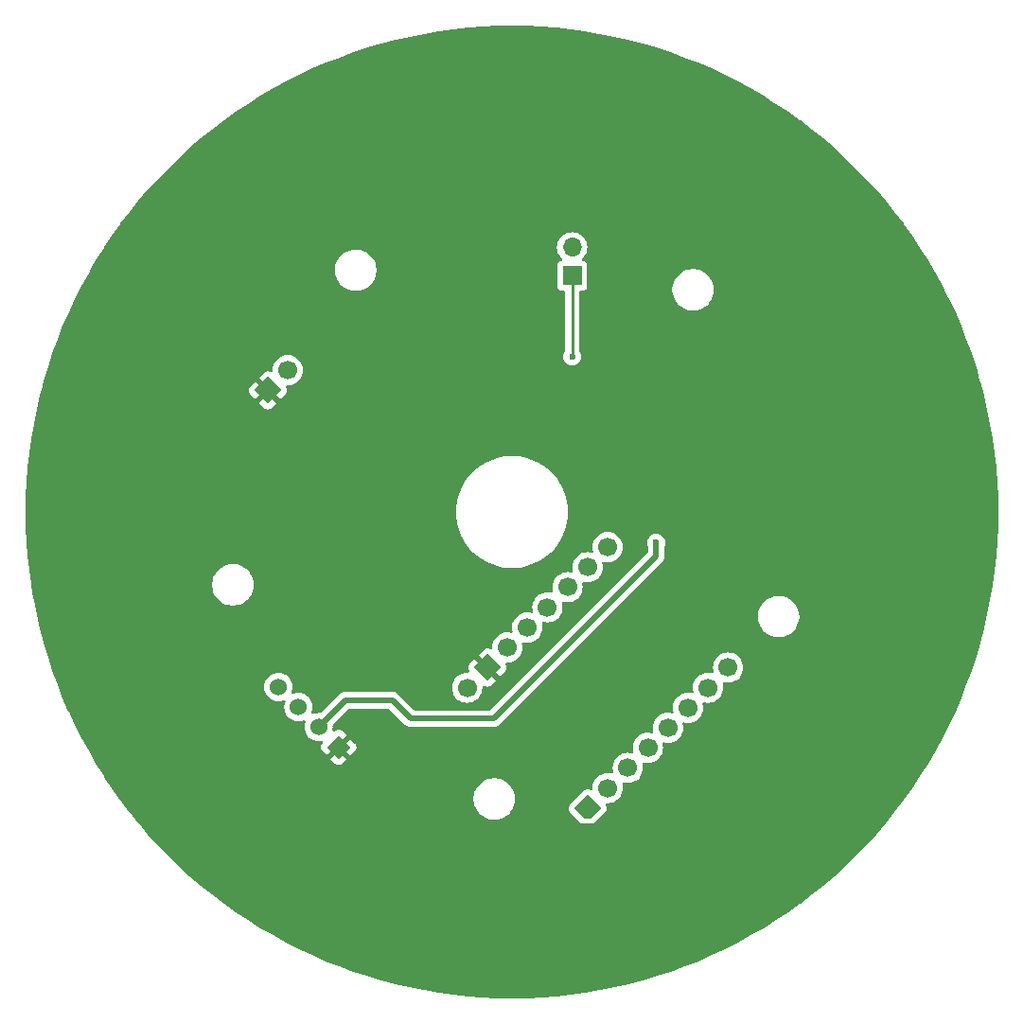
<source format=gbr>
%TF.GenerationSoftware,KiCad,Pcbnew,8.0.4*%
%TF.CreationDate,2024-07-23T01:00:19-04:00*%
%TF.ProjectId,esp32-wroom-table-lights,65737033-322d-4777-926f-6f6d2d746162,rev?*%
%TF.SameCoordinates,Original*%
%TF.FileFunction,Copper,L2,Bot*%
%TF.FilePolarity,Positive*%
%FSLAX46Y46*%
G04 Gerber Fmt 4.6, Leading zero omitted, Abs format (unit mm)*
G04 Created by KiCad (PCBNEW 8.0.4) date 2024-07-23 01:00:19*
%MOMM*%
%LPD*%
G01*
G04 APERTURE LIST*
G04 Aperture macros list*
%AMHorizOval*
0 Thick line with rounded ends*
0 $1 width*
0 $2 $3 position (X,Y) of the first rounded end (center of the circle)*
0 $4 $5 position (X,Y) of the second rounded end (center of the circle)*
0 Add line between two ends*
20,1,$1,$2,$3,$4,$5,0*
0 Add two circle primitives to create the rounded ends*
1,1,$1,$2,$3*
1,1,$1,$4,$5*%
%AMRotRect*
0 Rectangle, with rotation*
0 The origin of the aperture is its center*
0 $1 length*
0 $2 width*
0 $3 Rotation angle, in degrees counterclockwise*
0 Add horizontal line*
21,1,$1,$2,0,0,$3*%
%AMOutline5P*
0 Free polygon, 5 corners , with rotation*
0 The origin of the aperture is its center*
0 number of corners: always 5*
0 $1 to $10 corner X, Y*
0 $11 Rotation angle, in degrees counterclockwise*
0 create outline with 5 corners*
4,1,5,$1,$2,$3,$4,$5,$6,$7,$8,$9,$10,$1,$2,$11*%
%AMOutline6P*
0 Free polygon, 6 corners , with rotation*
0 The origin of the aperture is its center*
0 number of corners: always 6*
0 $1 to $12 corner X, Y*
0 $13 Rotation angle, in degrees counterclockwise*
0 create outline with 6 corners*
4,1,6,$1,$2,$3,$4,$5,$6,$7,$8,$9,$10,$11,$12,$1,$2,$13*%
%AMOutline7P*
0 Free polygon, 7 corners , with rotation*
0 The origin of the aperture is its center*
0 number of corners: always 7*
0 $1 to $14 corner X, Y*
0 $15 Rotation angle, in degrees counterclockwise*
0 create outline with 7 corners*
4,1,7,$1,$2,$3,$4,$5,$6,$7,$8,$9,$10,$11,$12,$13,$14,$1,$2,$15*%
%AMOutline8P*
0 Free polygon, 8 corners , with rotation*
0 The origin of the aperture is its center*
0 number of corners: always 8*
0 $1 to $16 corner X, Y*
0 $17 Rotation angle, in degrees counterclockwise*
0 create outline with 8 corners*
4,1,8,$1,$2,$3,$4,$5,$6,$7,$8,$9,$10,$11,$12,$13,$14,$15,$16,$1,$2,$17*%
G04 Aperture macros list end*
%TA.AperFunction,ComponentPad*%
%ADD10O,1.700000X1.700000*%
%TD*%
%TA.AperFunction,ComponentPad*%
%ADD11R,1.700000X1.700000*%
%TD*%
%TA.AperFunction,ComponentPad*%
%ADD12C,1.524000*%
%TD*%
%TA.AperFunction,ComponentPad*%
%ADD13RotRect,1.524000X1.524000X225.000000*%
%TD*%
%TA.AperFunction,ComponentPad*%
%ADD14HorizOval,1.700000X0.000000X0.000000X0.000000X0.000000X0*%
%TD*%
%TA.AperFunction,ComponentPad*%
%ADD15RotRect,1.700000X1.700000X135.000000*%
%TD*%
%TA.AperFunction,ComponentPad*%
%ADD16Outline5P,-0.850000X0.425000X-0.425000X0.850000X0.850000X0.850000X0.850000X-0.850000X-0.850000X-0.850000X135.000000*%
%TD*%
%TA.AperFunction,ViaPad*%
%ADD17C,0.600000*%
%TD*%
%TA.AperFunction,Conductor*%
%ADD18C,0.500000*%
%TD*%
%TA.AperFunction,Conductor*%
%ADD19C,0.250000*%
%TD*%
G04 APERTURE END LIST*
D10*
%TO.P,D4,2,KB*%
%TO.N,Net-(D4-AB)*%
X105475000Y-76127500D03*
D11*
%TO.P,D4,1,AB*%
X105475000Y-78667500D03*
%TD*%
D12*
%TO.P,J2,Vcc,VCC*%
%TO.N,+3V3*%
X82796051Y-119046051D03*
%TO.P,J2,SDA,SDA*%
%TO.N,/SDA*%
X81000000Y-117250000D03*
%TO.P,J2,SCL,SCL*%
%TO.N,/SCK*%
X79203949Y-115453949D03*
D13*
%TO.P,J2,GND,GND*%
%TO.N,GND*%
X84592102Y-120842102D03*
%TD*%
D14*
%TO.P,U1,16,5V*%
%TO.N,+5V*%
X96085539Y-115511846D03*
D15*
%TO.P,U1,15,GND*%
%TO.N,GND*%
X97881590Y-113715795D03*
D14*
%TO.P,U1,14,3V3*%
%TO.N,Net-(D2-A)*%
X99677641Y-111919744D03*
%TO.P,U1,13,GPIO4_D2*%
%TO.N,unconnected-(U1-GPIO4_D2-Pad13)*%
X101473693Y-110123693D03*
%TO.P,U1,12,GPIO3_D1*%
%TO.N,GPIO3*%
X103269744Y-108327642D03*
%TO.P,U1,11,GPIO2_D0*%
%TO.N,GPIO2*%
X105065795Y-106531590D03*
%TO.P,U1,10,GPIO1_ADC1*%
%TO.N,unconnected-(U1-GPIO1_ADC1-Pad10)*%
X106861846Y-104735539D03*
%TO.P,U1,9,GPIO0_ADC0*%
%TO.N,ADC0*%
X108657897Y-102939488D03*
%TO.P,U1,8,GPIO21_Tx*%
%TO.N,unconnected-(U1-GPIO21_Tx-Pad8)*%
X119434205Y-113715795D03*
%TO.P,U1,7,GPIO20_Rx*%
%TO.N,unconnected-(U1-GPIO20_Rx-Pad7)*%
X117638154Y-115511846D03*
%TO.P,U1,6,GPIO_MOSI*%
%TO.N,unconnected-(U1-GPIO_MOSI-Pad6)*%
X115842102Y-117307898D03*
%TO.P,U1,5,GPIO9_MISO*%
%TO.N,unconnected-(U1-GPIO9_MISO-Pad5)*%
X114046051Y-119103949D03*
%TO.P,U1,4,GPIO8_SCK*%
%TO.N,/SCK*%
X112250000Y-120900000D03*
%TO.P,U1,3,GPIO7_SCL*%
%TO.N,unconnected-(U1-GPIO7_SCL-Pad3)*%
X110453949Y-122696051D03*
%TO.P,U1,2,GPIO6_SDA*%
%TO.N,/SDA*%
X108657897Y-124492103D03*
D16*
%TO.P,U1,1,GPIO5*%
%TO.N,GPIO5*%
X106861846Y-126288154D03*
%TD*%
D15*
%TO.P,J1,1,Pin_1*%
%TO.N,GND*%
X78248439Y-88916206D03*
D14*
%TO.P,J1,2,Pin_2*%
%TO.N,/Power Supply/VDC*%
X80044491Y-87120155D03*
%TD*%
D17*
%TO.N,Net-(D4-AB)*%
X105475000Y-85900000D03*
%TO.N,+3V3*%
X113000000Y-102550000D03*
%TD*%
D18*
%TO.N,+3V3*%
X89400000Y-116650000D02*
X85192102Y-116650000D01*
X91050000Y-118300000D02*
X89400000Y-116650000D01*
X98450000Y-118300000D02*
X91050000Y-118300000D01*
X113000000Y-102550000D02*
X113000000Y-103750000D01*
X113000000Y-103750000D02*
X98450000Y-118300000D01*
X85192102Y-116650000D02*
X82796051Y-119046051D01*
D19*
%TO.N,Net-(D4-AB)*%
X105475000Y-85900000D02*
X105475000Y-78667500D01*
%TD*%
%TA.AperFunction,Conductor*%
%TO.N,GND*%
G36*
X101411980Y-56320317D02*
G01*
X101415642Y-56320427D01*
X102724616Y-56379779D01*
X102728237Y-56379998D01*
X104034843Y-56478860D01*
X104038466Y-56479190D01*
X105341453Y-56617465D01*
X105345145Y-56617914D01*
X106643291Y-56795472D01*
X106646924Y-56796024D01*
X107883570Y-57003395D01*
X107939185Y-57012721D01*
X107942869Y-57013397D01*
X109227883Y-57269002D01*
X109231545Y-57269788D01*
X110508272Y-57564092D01*
X110511909Y-57564988D01*
X110739164Y-57624656D01*
X111779246Y-57897740D01*
X111782754Y-57898719D01*
X113039470Y-58269599D01*
X113042961Y-58270687D01*
X114287900Y-58679354D01*
X114291401Y-58680562D01*
X115523425Y-59126641D01*
X115526817Y-59127928D01*
X116744855Y-59611034D01*
X116748222Y-59612429D01*
X117951052Y-60132078D01*
X117954430Y-60133598D01*
X119141014Y-60689339D01*
X119144318Y-60690947D01*
X120313591Y-61282279D01*
X120316816Y-61283971D01*
X121467716Y-61910360D01*
X121470899Y-61912155D01*
X122602357Y-62573021D01*
X122605509Y-62574927D01*
X123332183Y-63029342D01*
X123716419Y-63269619D01*
X123719565Y-63271653D01*
X124808967Y-63999567D01*
X124812049Y-64001695D01*
X125878984Y-64762192D01*
X125882001Y-64764411D01*
X126925462Y-65556772D01*
X126928404Y-65559077D01*
X127947503Y-66382629D01*
X127950364Y-66385014D01*
X128944080Y-67238934D01*
X128946884Y-67241418D01*
X129374205Y-67631668D01*
X129914401Y-68125001D01*
X129917059Y-68127503D01*
X130857514Y-69039970D01*
X130860029Y-69042485D01*
X131772494Y-69982938D01*
X131775014Y-69985615D01*
X132658581Y-70953115D01*
X132661065Y-70955919D01*
X133514985Y-71949635D01*
X133517383Y-71952512D01*
X134340917Y-72971588D01*
X134343227Y-72974537D01*
X135135588Y-74017998D01*
X135137807Y-74021015D01*
X135898304Y-75087950D01*
X135900432Y-75091032D01*
X136628346Y-76180434D01*
X136630380Y-76183580D01*
X137325056Y-77294463D01*
X137326990Y-77297661D01*
X137882231Y-78248282D01*
X137987821Y-78429060D01*
X137989651Y-78432305D01*
X138606340Y-79565383D01*
X138616004Y-79583138D01*
X138617733Y-79586433D01*
X139074587Y-80489796D01*
X139209036Y-80755649D01*
X139210676Y-80759017D01*
X139766392Y-81945551D01*
X139767929Y-81948966D01*
X140188469Y-82922389D01*
X140287550Y-83151730D01*
X140288978Y-83155177D01*
X140688269Y-84161895D01*
X140772050Y-84373127D01*
X140773378Y-84376629D01*
X141219430Y-85608578D01*
X141220652Y-85612119D01*
X141629299Y-86856996D01*
X141630412Y-86860571D01*
X141964187Y-87991556D01*
X142001266Y-88117195D01*
X142002272Y-88120803D01*
X142335011Y-89388090D01*
X142335907Y-89391727D01*
X142630211Y-90668454D01*
X142630997Y-90672116D01*
X142886602Y-91957130D01*
X142887278Y-91960814D01*
X143103969Y-93253040D01*
X143104532Y-93256743D01*
X143282083Y-94554841D01*
X143282535Y-94558559D01*
X143420804Y-95861479D01*
X143421143Y-95865209D01*
X143519997Y-97171703D01*
X143520223Y-97175442D01*
X143579570Y-98484316D01*
X143579683Y-98488060D01*
X143599471Y-99798127D01*
X143599471Y-99801873D01*
X143579683Y-101111939D01*
X143579570Y-101115683D01*
X143520223Y-102424557D01*
X143519997Y-102428296D01*
X143421143Y-103734790D01*
X143420804Y-103738520D01*
X143282535Y-105041440D01*
X143282083Y-105045158D01*
X143104532Y-106343256D01*
X143103969Y-106346959D01*
X142887278Y-107639185D01*
X142886602Y-107642869D01*
X142630997Y-108927883D01*
X142630211Y-108931545D01*
X142335907Y-110208272D01*
X142335011Y-110211909D01*
X142002272Y-111479196D01*
X142001266Y-111482804D01*
X141630413Y-112739427D01*
X141629299Y-112743003D01*
X141220652Y-113987880D01*
X141219430Y-113991421D01*
X140773378Y-115223370D01*
X140772050Y-115226872D01*
X140288984Y-116444808D01*
X140287550Y-116448269D01*
X139767929Y-117651033D01*
X139766392Y-117654448D01*
X139210676Y-118840982D01*
X139209036Y-118844350D01*
X138617744Y-120013545D01*
X138616004Y-120016861D01*
X137989661Y-121167676D01*
X137987821Y-121170939D01*
X137326994Y-122302331D01*
X137325056Y-122305536D01*
X136630380Y-123416419D01*
X136628346Y-123419565D01*
X135900432Y-124508967D01*
X135898304Y-124512049D01*
X135137807Y-125578984D01*
X135135588Y-125582001D01*
X134343227Y-126625462D01*
X134340917Y-126628411D01*
X133517383Y-127647487D01*
X133514985Y-127650364D01*
X132661065Y-128644080D01*
X132658581Y-128646884D01*
X131775014Y-129614384D01*
X131772463Y-129617093D01*
X130860062Y-130557480D01*
X130857480Y-130560062D01*
X129917093Y-131472463D01*
X129914384Y-131475014D01*
X128946884Y-132358581D01*
X128944080Y-132361065D01*
X127950364Y-133214985D01*
X127947487Y-133217383D01*
X126928411Y-134040917D01*
X126925462Y-134043227D01*
X125882001Y-134835588D01*
X125878984Y-134837807D01*
X124812049Y-135598304D01*
X124808967Y-135600432D01*
X123719565Y-136328346D01*
X123716419Y-136330380D01*
X122605536Y-137025056D01*
X122602331Y-137026994D01*
X121470939Y-137687821D01*
X121467676Y-137689661D01*
X120316861Y-138316004D01*
X120313545Y-138317744D01*
X119144350Y-138909036D01*
X119140982Y-138910676D01*
X117954448Y-139466392D01*
X117951033Y-139467929D01*
X116748269Y-139987550D01*
X116744808Y-139988984D01*
X115526872Y-140472050D01*
X115523370Y-140473378D01*
X114291421Y-140919430D01*
X114287880Y-140920652D01*
X113043003Y-141329299D01*
X113039427Y-141330413D01*
X111782804Y-141701266D01*
X111779196Y-141702272D01*
X110511909Y-142035011D01*
X110508272Y-142035907D01*
X109231545Y-142330211D01*
X109227883Y-142330997D01*
X107942869Y-142586602D01*
X107939185Y-142587278D01*
X106646959Y-142803969D01*
X106643256Y-142804532D01*
X105345158Y-142982083D01*
X105341440Y-142982535D01*
X104038520Y-143120804D01*
X104034790Y-143121143D01*
X102728296Y-143219997D01*
X102724557Y-143220223D01*
X101415683Y-143279570D01*
X101411939Y-143279683D01*
X100101873Y-143299471D01*
X100098127Y-143299471D01*
X98788060Y-143279683D01*
X98784316Y-143279570D01*
X97475442Y-143220223D01*
X97471703Y-143219997D01*
X96165209Y-143121143D01*
X96161479Y-143120804D01*
X94858559Y-142982535D01*
X94854841Y-142982083D01*
X93556743Y-142804532D01*
X93553040Y-142803969D01*
X92260814Y-142587278D01*
X92257130Y-142586602D01*
X90972116Y-142330997D01*
X90968454Y-142330211D01*
X89691727Y-142035907D01*
X89688090Y-142035011D01*
X88420803Y-141702272D01*
X88417195Y-141701266D01*
X88402255Y-141696857D01*
X87160571Y-141330412D01*
X87156996Y-141329299D01*
X85912119Y-140920652D01*
X85908578Y-140919430D01*
X85292603Y-140696404D01*
X84676611Y-140473371D01*
X84673146Y-140472057D01*
X83455177Y-139988978D01*
X83451744Y-139987556D01*
X82248966Y-139467929D01*
X82245551Y-139466392D01*
X81059017Y-138910676D01*
X81055649Y-138909036D01*
X79886433Y-138317733D01*
X79883158Y-138316015D01*
X78732305Y-137689651D01*
X78729078Y-137687831D01*
X77597661Y-137026990D01*
X77594463Y-137025056D01*
X76483580Y-136330380D01*
X76480434Y-136328346D01*
X75391032Y-135600432D01*
X75387950Y-135598304D01*
X74321015Y-134837807D01*
X74317998Y-134835588D01*
X73274537Y-134043227D01*
X73271588Y-134040917D01*
X72252512Y-133217383D01*
X72249635Y-133214985D01*
X71255919Y-132361065D01*
X71253115Y-132358581D01*
X70285615Y-131475014D01*
X70282938Y-131472494D01*
X69342485Y-130560029D01*
X69339970Y-130557514D01*
X68427503Y-129617059D01*
X68425001Y-129614401D01*
X67938676Y-129081879D01*
X67541418Y-128646884D01*
X67538934Y-128644080D01*
X66719258Y-127690214D01*
X66685001Y-127650348D01*
X66682616Y-127647487D01*
X66664104Y-127624580D01*
X65859077Y-126628404D01*
X65856772Y-126625462D01*
X65843678Y-126608219D01*
X65064411Y-125582001D01*
X65062192Y-125578984D01*
X64895998Y-125345823D01*
X96658079Y-125345823D01*
X96658079Y-125588400D01*
X96689512Y-125827166D01*
X96689741Y-125828901D01*
X96694795Y-125847761D01*
X96752526Y-126063216D01*
X96845352Y-126287317D01*
X96845355Y-126287324D01*
X96966643Y-126497401D01*
X96966645Y-126497404D01*
X96966646Y-126497405D01*
X97114312Y-126689848D01*
X97114318Y-126689855D01*
X97285835Y-126861372D01*
X97285841Y-126861377D01*
X97478290Y-127009048D01*
X97688367Y-127130336D01*
X97912479Y-127223166D01*
X98146790Y-127285950D01*
X98327165Y-127309696D01*
X98387290Y-127317612D01*
X98387291Y-127317612D01*
X98629868Y-127317612D01*
X98677967Y-127311279D01*
X98870368Y-127285950D01*
X99104679Y-127223166D01*
X99328791Y-127130336D01*
X99538868Y-127009048D01*
X99731317Y-126861377D01*
X99902844Y-126689850D01*
X100050515Y-126497401D01*
X100171324Y-126288154D01*
X105154118Y-126288154D01*
X105174598Y-126430609D01*
X105174599Y-126430613D01*
X105234385Y-126561524D01*
X105234386Y-126561525D01*
X105234387Y-126561527D01*
X105272006Y-126608210D01*
X105272009Y-126608213D01*
X105272014Y-126608219D01*
X106236384Y-127572587D01*
X106236394Y-127572596D01*
X106303310Y-127624580D01*
X106365560Y-127650364D01*
X106436276Y-127679655D01*
X106520353Y-127690215D01*
X107203345Y-127690216D01*
X107287417Y-127679655D01*
X107420383Y-127624578D01*
X107487298Y-127572597D01*
X108451684Y-126608210D01*
X108489305Y-126561527D01*
X108549093Y-126430611D01*
X108569574Y-126288154D01*
X108549093Y-126145697D01*
X108491248Y-126019035D01*
X108481304Y-125949877D01*
X108510329Y-125886321D01*
X108569107Y-125848546D01*
X108614846Y-125843995D01*
X108657897Y-125847762D01*
X108893305Y-125827166D01*
X109121560Y-125766006D01*
X109335727Y-125666138D01*
X109529298Y-125530598D01*
X109696392Y-125363504D01*
X109831932Y-125169933D01*
X109931800Y-124955766D01*
X109992960Y-124727511D01*
X110013556Y-124492103D01*
X109992960Y-124256695D01*
X109965979Y-124155999D01*
X109967642Y-124086152D01*
X110006804Y-124028289D01*
X110071033Y-124000785D01*
X110117844Y-124004132D01*
X110218541Y-124031114D01*
X110406867Y-124047590D01*
X110453948Y-124051710D01*
X110453949Y-124051710D01*
X110453950Y-124051710D01*
X110493183Y-124048277D01*
X110689357Y-124031114D01*
X110917612Y-123969954D01*
X111131779Y-123870086D01*
X111325350Y-123734546D01*
X111492444Y-123567452D01*
X111627984Y-123373881D01*
X111727852Y-123159714D01*
X111789012Y-122931459D01*
X111809608Y-122696051D01*
X111789012Y-122460643D01*
X111762032Y-122359951D01*
X111763695Y-122290101D01*
X111802858Y-122232239D01*
X111867086Y-122204735D01*
X111913900Y-122208083D01*
X112014592Y-122235063D01*
X112202918Y-122251539D01*
X112249999Y-122255659D01*
X112250000Y-122255659D01*
X112250001Y-122255659D01*
X112289234Y-122252226D01*
X112485408Y-122235063D01*
X112713663Y-122173903D01*
X112927830Y-122074035D01*
X113121401Y-121938495D01*
X113288495Y-121771401D01*
X113424035Y-121577830D01*
X113523903Y-121363663D01*
X113585063Y-121135408D01*
X113605659Y-120900000D01*
X113585063Y-120664592D01*
X113558083Y-120563900D01*
X113559746Y-120494050D01*
X113598909Y-120436188D01*
X113663137Y-120408684D01*
X113709951Y-120412032D01*
X113810643Y-120439012D01*
X113998969Y-120455488D01*
X114046050Y-120459608D01*
X114046051Y-120459608D01*
X114046052Y-120459608D01*
X114085285Y-120456175D01*
X114281459Y-120439012D01*
X114509714Y-120377852D01*
X114723881Y-120277984D01*
X114917452Y-120142444D01*
X115084546Y-119975350D01*
X115220086Y-119781779D01*
X115319954Y-119567612D01*
X115381114Y-119339357D01*
X115401710Y-119103949D01*
X115381114Y-118868541D01*
X115354134Y-118767849D01*
X115355797Y-118697999D01*
X115394960Y-118640137D01*
X115459188Y-118612633D01*
X115506002Y-118615981D01*
X115606694Y-118642961D01*
X115795020Y-118659437D01*
X115842101Y-118663557D01*
X115842102Y-118663557D01*
X115842103Y-118663557D01*
X115881336Y-118660124D01*
X116077510Y-118642961D01*
X116305765Y-118581801D01*
X116519932Y-118481933D01*
X116713503Y-118346393D01*
X116880597Y-118179299D01*
X117016137Y-117985728D01*
X117116005Y-117771561D01*
X117177165Y-117543306D01*
X117197761Y-117307898D01*
X117177165Y-117072490D01*
X117150184Y-116971794D01*
X117151847Y-116901947D01*
X117191009Y-116844084D01*
X117255238Y-116816580D01*
X117302049Y-116819927D01*
X117402746Y-116846909D01*
X117591072Y-116863385D01*
X117638153Y-116867505D01*
X117638154Y-116867505D01*
X117638155Y-116867505D01*
X117677388Y-116864072D01*
X117873562Y-116846909D01*
X118101817Y-116785749D01*
X118315984Y-116685881D01*
X118509555Y-116550341D01*
X118676649Y-116383247D01*
X118812189Y-116189676D01*
X118912057Y-115975509D01*
X118973217Y-115747254D01*
X118993813Y-115511846D01*
X118973217Y-115276438D01*
X118946237Y-115175746D01*
X118947900Y-115105896D01*
X118987063Y-115048034D01*
X119051291Y-115020530D01*
X119098105Y-115023878D01*
X119198797Y-115050858D01*
X119387123Y-115067334D01*
X119434204Y-115071454D01*
X119434205Y-115071454D01*
X119434206Y-115071454D01*
X119473439Y-115068021D01*
X119669613Y-115050858D01*
X119897868Y-114989698D01*
X120112035Y-114889830D01*
X120305606Y-114754290D01*
X120472700Y-114587196D01*
X120608240Y-114393625D01*
X120708108Y-114179458D01*
X120769268Y-113951203D01*
X120789864Y-113715795D01*
X120769268Y-113480387D01*
X120708108Y-113252132D01*
X120608240Y-113037966D01*
X120552414Y-112958237D01*
X120472699Y-112844392D01*
X120305607Y-112677301D01*
X120305600Y-112677296D01*
X120112039Y-112541762D01*
X120112035Y-112541760D01*
X120112033Y-112541759D01*
X119897868Y-112441892D01*
X119897864Y-112441891D01*
X119897860Y-112441889D01*
X119669618Y-112380733D01*
X119669608Y-112380731D01*
X119434206Y-112360136D01*
X119434204Y-112360136D01*
X119198801Y-112380731D01*
X119198791Y-112380733D01*
X118970549Y-112441889D01*
X118970540Y-112441893D01*
X118756376Y-112541759D01*
X118756374Y-112541760D01*
X118562802Y-112677300D01*
X118395710Y-112844392D01*
X118260170Y-113037964D01*
X118260169Y-113037966D01*
X118160303Y-113252130D01*
X118160299Y-113252139D01*
X118099143Y-113480381D01*
X118099141Y-113480391D01*
X118078546Y-113715794D01*
X118078546Y-113715795D01*
X118099141Y-113951198D01*
X118099144Y-113951211D01*
X118126121Y-114051895D01*
X118124458Y-114121745D01*
X118085295Y-114179607D01*
X118021066Y-114207110D01*
X117974254Y-114203762D01*
X117873570Y-114176785D01*
X117873566Y-114176784D01*
X117873562Y-114176783D01*
X117873560Y-114176782D01*
X117873557Y-114176782D01*
X117638155Y-114156187D01*
X117638153Y-114156187D01*
X117402750Y-114176782D01*
X117402740Y-114176784D01*
X117174498Y-114237940D01*
X117174489Y-114237944D01*
X116960325Y-114337810D01*
X116960323Y-114337811D01*
X116766751Y-114473351D01*
X116599659Y-114640443D01*
X116464119Y-114834015D01*
X116464118Y-114834017D01*
X116391524Y-114989696D01*
X116364321Y-115048034D01*
X116364252Y-115048181D01*
X116364248Y-115048190D01*
X116303092Y-115276432D01*
X116303090Y-115276442D01*
X116282495Y-115511845D01*
X116282495Y-115511846D01*
X116303090Y-115747249D01*
X116303092Y-115747259D01*
X116330071Y-115847947D01*
X116328408Y-115917797D01*
X116289245Y-115975659D01*
X116225016Y-116003163D01*
X116178203Y-115999815D01*
X116077515Y-115972836D01*
X116077505Y-115972834D01*
X115842103Y-115952239D01*
X115842101Y-115952239D01*
X115606698Y-115972834D01*
X115606688Y-115972836D01*
X115378446Y-116033992D01*
X115378437Y-116033996D01*
X115164273Y-116133862D01*
X115164271Y-116133863D01*
X114970699Y-116269403D01*
X114803607Y-116436495D01*
X114668067Y-116630067D01*
X114668066Y-116630069D01*
X114568200Y-116844233D01*
X114568196Y-116844242D01*
X114507040Y-117072484D01*
X114507038Y-117072494D01*
X114486443Y-117307897D01*
X114486443Y-117307898D01*
X114507038Y-117543301D01*
X114507041Y-117543314D01*
X114534018Y-117643998D01*
X114532355Y-117713848D01*
X114493192Y-117771710D01*
X114428963Y-117799213D01*
X114382151Y-117795865D01*
X114281467Y-117768888D01*
X114281463Y-117768887D01*
X114281459Y-117768886D01*
X114281457Y-117768885D01*
X114281454Y-117768885D01*
X114046052Y-117748290D01*
X114046050Y-117748290D01*
X113810647Y-117768885D01*
X113810637Y-117768887D01*
X113582395Y-117830043D01*
X113582386Y-117830047D01*
X113368222Y-117929913D01*
X113368220Y-117929914D01*
X113174648Y-118065454D01*
X113007556Y-118232546D01*
X112872016Y-118426118D01*
X112872015Y-118426120D01*
X112799693Y-118581215D01*
X112772218Y-118640137D01*
X112772149Y-118640284D01*
X112772145Y-118640293D01*
X112710989Y-118868535D01*
X112710987Y-118868545D01*
X112690392Y-119103948D01*
X112690392Y-119103949D01*
X112710987Y-119339352D01*
X112710990Y-119339365D01*
X112737967Y-119440049D01*
X112736304Y-119509899D01*
X112697141Y-119567761D01*
X112632912Y-119595264D01*
X112586100Y-119591916D01*
X112485416Y-119564939D01*
X112485412Y-119564938D01*
X112485408Y-119564937D01*
X112485406Y-119564936D01*
X112485403Y-119564936D01*
X112250001Y-119544341D01*
X112249999Y-119544341D01*
X112014596Y-119564936D01*
X112014586Y-119564938D01*
X111786344Y-119626094D01*
X111786335Y-119626098D01*
X111572171Y-119725964D01*
X111572169Y-119725965D01*
X111378597Y-119861505D01*
X111211505Y-120028597D01*
X111075965Y-120222169D01*
X111075964Y-120222171D01*
X110988992Y-120408684D01*
X110976167Y-120436188D01*
X110976098Y-120436335D01*
X110976094Y-120436344D01*
X110914938Y-120664586D01*
X110914936Y-120664596D01*
X110894341Y-120899999D01*
X110894341Y-120900000D01*
X110914936Y-121135403D01*
X110914939Y-121135416D01*
X110941916Y-121236100D01*
X110940253Y-121305950D01*
X110901090Y-121363812D01*
X110836861Y-121391315D01*
X110790049Y-121387967D01*
X110689365Y-121360990D01*
X110689361Y-121360989D01*
X110689357Y-121360988D01*
X110689355Y-121360987D01*
X110689352Y-121360987D01*
X110453950Y-121340392D01*
X110453948Y-121340392D01*
X110218545Y-121360987D01*
X110218535Y-121360989D01*
X109990293Y-121422145D01*
X109990284Y-121422149D01*
X109776120Y-121522015D01*
X109776118Y-121522016D01*
X109582546Y-121657556D01*
X109415454Y-121824648D01*
X109279914Y-122018220D01*
X109279913Y-122018222D01*
X109207319Y-122173901D01*
X109180116Y-122232239D01*
X109180047Y-122232386D01*
X109180043Y-122232395D01*
X109118887Y-122460637D01*
X109118885Y-122460647D01*
X109098290Y-122696050D01*
X109098290Y-122696051D01*
X109118885Y-122931454D01*
X109118887Y-122931464D01*
X109145866Y-123032152D01*
X109144203Y-123102002D01*
X109105040Y-123159864D01*
X109040811Y-123187368D01*
X108993998Y-123184020D01*
X108893310Y-123157041D01*
X108893300Y-123157039D01*
X108657898Y-123136444D01*
X108657896Y-123136444D01*
X108422493Y-123157039D01*
X108422483Y-123157041D01*
X108194241Y-123218197D01*
X108194232Y-123218201D01*
X107980068Y-123318067D01*
X107980066Y-123318068D01*
X107786494Y-123453608D01*
X107619402Y-123620700D01*
X107483862Y-123814272D01*
X107483861Y-123814274D01*
X107383995Y-124028438D01*
X107383991Y-124028447D01*
X107322835Y-124256689D01*
X107322833Y-124256699D01*
X107302238Y-124492102D01*
X107302238Y-124492104D01*
X107306004Y-124535150D01*
X107292237Y-124603650D01*
X107243622Y-124653833D01*
X107175594Y-124669766D01*
X107130964Y-124658751D01*
X107004306Y-124600907D01*
X107004301Y-124600906D01*
X106861846Y-124580426D01*
X106719390Y-124600906D01*
X106719386Y-124600907D01*
X106588475Y-124660693D01*
X106541780Y-124698322D01*
X105272011Y-125968094D01*
X105272002Y-125968104D01*
X105234386Y-126014780D01*
X105174599Y-126145694D01*
X105174598Y-126145698D01*
X105154118Y-126288154D01*
X100171324Y-126288154D01*
X100171803Y-126287324D01*
X100264633Y-126063212D01*
X100327417Y-125828901D01*
X100359079Y-125588400D01*
X100359079Y-125345824D01*
X100327417Y-125105323D01*
X100264633Y-124871012D01*
X100171803Y-124646900D01*
X100050515Y-124436823D01*
X99902844Y-124244374D01*
X99902839Y-124244368D01*
X99731322Y-124072851D01*
X99731315Y-124072845D01*
X99538872Y-123925179D01*
X99538871Y-123925178D01*
X99538868Y-123925176D01*
X99328791Y-123803888D01*
X99221757Y-123759553D01*
X99104683Y-123711059D01*
X98870364Y-123648273D01*
X98629868Y-123616612D01*
X98629867Y-123616612D01*
X98387291Y-123616612D01*
X98387290Y-123616612D01*
X98146793Y-123648273D01*
X97912474Y-123711059D01*
X97688373Y-123803885D01*
X97688364Y-123803889D01*
X97506430Y-123908929D01*
X97489244Y-123918852D01*
X97478285Y-123925179D01*
X97285842Y-124072845D01*
X97285835Y-124072851D01*
X97114318Y-124244368D01*
X97114312Y-124244375D01*
X96966646Y-124436818D01*
X96845356Y-124646897D01*
X96845352Y-124646906D01*
X96752526Y-124871007D01*
X96689740Y-125105326D01*
X96658079Y-125345823D01*
X64895998Y-125345823D01*
X64301695Y-124512049D01*
X64299567Y-124508967D01*
X64131002Y-124256692D01*
X63724471Y-123648274D01*
X63571653Y-123419565D01*
X63569619Y-123416419D01*
X63266353Y-122931454D01*
X62874927Y-122305509D01*
X62873021Y-122302357D01*
X62212155Y-121170899D01*
X62210360Y-121167716D01*
X61583971Y-120016816D01*
X61582279Y-120013591D01*
X60990947Y-118844318D01*
X60989339Y-118841014D01*
X60433598Y-117654430D01*
X60432070Y-117651033D01*
X60429031Y-117643998D01*
X59912429Y-116448222D01*
X59911034Y-116444855D01*
X59518013Y-115453946D01*
X77936626Y-115453946D01*
X77936626Y-115453951D01*
X77955878Y-115674011D01*
X77955879Y-115674019D01*
X78013053Y-115887394D01*
X78013054Y-115887395D01*
X78013055Y-115887399D01*
X78081412Y-116033992D01*
X78106415Y-116087611D01*
X78106417Y-116087615D01*
X78233119Y-116268564D01*
X78233124Y-116268570D01*
X78389327Y-116424773D01*
X78389333Y-116424778D01*
X78570282Y-116551480D01*
X78570284Y-116551481D01*
X78570287Y-116551483D01*
X78770499Y-116644843D01*
X78983881Y-116702019D01*
X79135653Y-116715297D01*
X79203947Y-116721272D01*
X79203949Y-116721272D01*
X79203951Y-116721272D01*
X79272245Y-116715297D01*
X79424017Y-116702019D01*
X79637399Y-116644843D01*
X79650366Y-116638796D01*
X79719439Y-116628303D01*
X79783224Y-116656821D01*
X79821465Y-116715297D01*
X79822022Y-116785164D01*
X79815154Y-116803579D01*
X79809107Y-116816547D01*
X79809104Y-116816554D01*
X79751930Y-117029929D01*
X79751929Y-117029937D01*
X79732677Y-117249997D01*
X79732677Y-117250002D01*
X79751929Y-117470062D01*
X79751930Y-117470070D01*
X79809104Y-117683445D01*
X79809105Y-117683446D01*
X79809106Y-117683450D01*
X79863087Y-117799213D01*
X79902466Y-117883662D01*
X79902468Y-117883666D01*
X80029170Y-118064615D01*
X80029175Y-118064621D01*
X80185378Y-118220824D01*
X80185384Y-118220829D01*
X80366333Y-118347531D01*
X80366335Y-118347532D01*
X80366338Y-118347534D01*
X80566550Y-118440894D01*
X80779932Y-118498070D01*
X80931704Y-118511348D01*
X80999998Y-118517323D01*
X81000000Y-118517323D01*
X81000002Y-118517323D01*
X81068296Y-118511348D01*
X81220068Y-118498070D01*
X81433450Y-118440894D01*
X81446417Y-118434847D01*
X81515490Y-118424354D01*
X81579275Y-118452872D01*
X81617516Y-118511348D01*
X81618073Y-118581215D01*
X81611205Y-118599630D01*
X81605158Y-118612598D01*
X81605155Y-118612605D01*
X81547981Y-118825980D01*
X81547980Y-118825988D01*
X81528728Y-119046048D01*
X81528728Y-119046053D01*
X81547980Y-119266113D01*
X81547981Y-119266121D01*
X81605155Y-119479496D01*
X81605156Y-119479498D01*
X81605157Y-119479501D01*
X81646240Y-119567604D01*
X81698517Y-119679713D01*
X81698519Y-119679717D01*
X81825221Y-119860666D01*
X81825226Y-119860672D01*
X81981429Y-120016875D01*
X81981435Y-120016880D01*
X82162384Y-120143582D01*
X82162386Y-120143583D01*
X82162389Y-120143585D01*
X82362601Y-120236945D01*
X82575983Y-120294121D01*
X82733174Y-120307873D01*
X82796049Y-120313374D01*
X82796051Y-120313374D01*
X82796053Y-120313374D01*
X82851068Y-120308560D01*
X83016119Y-120294121D01*
X83032503Y-120289731D01*
X83102353Y-120291392D01*
X83160216Y-120330554D01*
X83187721Y-120394782D01*
X83176135Y-120463685D01*
X83152281Y-120497185D01*
X83127094Y-120522372D01*
X83089519Y-120569000D01*
X83089514Y-120569007D01*
X83029792Y-120699780D01*
X83029790Y-120699788D01*
X83009330Y-120842102D01*
X83029790Y-120984415D01*
X83029792Y-120984423D01*
X83089514Y-121115196D01*
X83089519Y-121115203D01*
X83127096Y-121161834D01*
X83522956Y-121557694D01*
X84211102Y-120869548D01*
X84211102Y-120892262D01*
X84237066Y-120989163D01*
X84287226Y-121076042D01*
X84358162Y-121146978D01*
X84445041Y-121197138D01*
X84541942Y-121223102D01*
X84564655Y-121223102D01*
X83876509Y-121911246D01*
X83876509Y-121911247D01*
X84272369Y-122307107D01*
X84319000Y-122344684D01*
X84319007Y-122344689D01*
X84449780Y-122404411D01*
X84449788Y-122404413D01*
X84592102Y-122424873D01*
X84734415Y-122404413D01*
X84734423Y-122404411D01*
X84865196Y-122344689D01*
X84865203Y-122344684D01*
X84911834Y-122307107D01*
X85307694Y-121911247D01*
X85307694Y-121911246D01*
X84619549Y-121223102D01*
X84642262Y-121223102D01*
X84739163Y-121197138D01*
X84826042Y-121146978D01*
X84896978Y-121076042D01*
X84947138Y-120989163D01*
X84973102Y-120892262D01*
X84973102Y-120869549D01*
X85661246Y-121557694D01*
X85661247Y-121557694D01*
X86057107Y-121161834D01*
X86094684Y-121115203D01*
X86094689Y-121115196D01*
X86154411Y-120984423D01*
X86154413Y-120984415D01*
X86174873Y-120842102D01*
X86154413Y-120699788D01*
X86154411Y-120699780D01*
X86094689Y-120569007D01*
X86094684Y-120569000D01*
X86057107Y-120522369D01*
X85661247Y-120126509D01*
X85661246Y-120126509D01*
X84973102Y-120814653D01*
X84973102Y-120791942D01*
X84947138Y-120695041D01*
X84896978Y-120608162D01*
X84826042Y-120537226D01*
X84739163Y-120487066D01*
X84642262Y-120461102D01*
X84619549Y-120461102D01*
X85307694Y-119772956D01*
X85307694Y-119772955D01*
X84911838Y-119377100D01*
X84911834Y-119377096D01*
X84865203Y-119339519D01*
X84865196Y-119339514D01*
X84734423Y-119279792D01*
X84734415Y-119279790D01*
X84592102Y-119259330D01*
X84449788Y-119279790D01*
X84449780Y-119279792D01*
X84319007Y-119339514D01*
X84319000Y-119339519D01*
X84272372Y-119377094D01*
X84247185Y-119402281D01*
X84185861Y-119435765D01*
X84116169Y-119430779D01*
X84060237Y-119388907D01*
X84035821Y-119323442D01*
X84039731Y-119282503D01*
X84040458Y-119279790D01*
X84044121Y-119266119D01*
X84063374Y-119046051D01*
X84051844Y-118914264D01*
X84065610Y-118845766D01*
X84087688Y-118815780D01*
X85466651Y-117436819D01*
X85527974Y-117403334D01*
X85554332Y-117400500D01*
X89037770Y-117400500D01*
X89104809Y-117420185D01*
X89125451Y-117436819D01*
X90467048Y-118778415D01*
X90467049Y-118778416D01*
X90529615Y-118840982D01*
X90571585Y-118882952D01*
X90694498Y-118965080D01*
X90694511Y-118965087D01*
X90831082Y-119021656D01*
X90831087Y-119021658D01*
X90831091Y-119021658D01*
X90831092Y-119021659D01*
X90976079Y-119050500D01*
X90976082Y-119050500D01*
X98523920Y-119050500D01*
X98621462Y-119031096D01*
X98668913Y-119021658D01*
X98805495Y-118965084D01*
X98854729Y-118932186D01*
X98928416Y-118882952D01*
X108782656Y-109028711D01*
X122099500Y-109028711D01*
X122099500Y-109271288D01*
X122131161Y-109511785D01*
X122193947Y-109746104D01*
X122252838Y-109888279D01*
X122286776Y-109970212D01*
X122408064Y-110180289D01*
X122408066Y-110180292D01*
X122408067Y-110180293D01*
X122555733Y-110372736D01*
X122555739Y-110372743D01*
X122727256Y-110544260D01*
X122727263Y-110544266D01*
X122783409Y-110587348D01*
X122919711Y-110691936D01*
X123129788Y-110813224D01*
X123353900Y-110906054D01*
X123588211Y-110968838D01*
X123768586Y-110992584D01*
X123828711Y-111000500D01*
X123828712Y-111000500D01*
X124071289Y-111000500D01*
X124119388Y-110994167D01*
X124311789Y-110968838D01*
X124546100Y-110906054D01*
X124770212Y-110813224D01*
X124980289Y-110691936D01*
X125172738Y-110544265D01*
X125344265Y-110372738D01*
X125491936Y-110180289D01*
X125613224Y-109970212D01*
X125706054Y-109746100D01*
X125768838Y-109511789D01*
X125800500Y-109271288D01*
X125800500Y-109028712D01*
X125797440Y-109005472D01*
X125792584Y-108968586D01*
X125768838Y-108788211D01*
X125706054Y-108553900D01*
X125613224Y-108329788D01*
X125491936Y-108119711D01*
X125344265Y-107927262D01*
X125344260Y-107927256D01*
X125172743Y-107755739D01*
X125172736Y-107755733D01*
X124980293Y-107608067D01*
X124980292Y-107608066D01*
X124980289Y-107608064D01*
X124770212Y-107486776D01*
X124696494Y-107456241D01*
X124546104Y-107393947D01*
X124357614Y-107343441D01*
X124311789Y-107331162D01*
X124311788Y-107331161D01*
X124311785Y-107331161D01*
X124071289Y-107299500D01*
X124071288Y-107299500D01*
X123828712Y-107299500D01*
X123828711Y-107299500D01*
X123588214Y-107331161D01*
X123353895Y-107393947D01*
X123129794Y-107486773D01*
X123129785Y-107486777D01*
X122919706Y-107608067D01*
X122727263Y-107755733D01*
X122727256Y-107755739D01*
X122555739Y-107927256D01*
X122555733Y-107927263D01*
X122408067Y-108119706D01*
X122286777Y-108329785D01*
X122286773Y-108329794D01*
X122193947Y-108553895D01*
X122131161Y-108788214D01*
X122099500Y-109028711D01*
X108782656Y-109028711D01*
X113582951Y-104228416D01*
X113665084Y-104105495D01*
X113721658Y-103968913D01*
X113750500Y-103823918D01*
X113750500Y-103676083D01*
X113750500Y-102849972D01*
X113757458Y-102809017D01*
X113780616Y-102742836D01*
X113785368Y-102729255D01*
X113788205Y-102704080D01*
X113805565Y-102550003D01*
X113805565Y-102549996D01*
X113785369Y-102370750D01*
X113785368Y-102370745D01*
X113725788Y-102200476D01*
X113629815Y-102047737D01*
X113502262Y-101920184D01*
X113349523Y-101824211D01*
X113179254Y-101764631D01*
X113179249Y-101764630D01*
X113000004Y-101744435D01*
X112999996Y-101744435D01*
X112820750Y-101764630D01*
X112820745Y-101764631D01*
X112650476Y-101824211D01*
X112497737Y-101920184D01*
X112370184Y-102047737D01*
X112274211Y-102200476D01*
X112214631Y-102370745D01*
X112214630Y-102370750D01*
X112194435Y-102549996D01*
X112194435Y-102550003D01*
X112214630Y-102729249D01*
X112214631Y-102729254D01*
X112242542Y-102809017D01*
X112249500Y-102849972D01*
X112249500Y-103387770D01*
X112229815Y-103454809D01*
X112213181Y-103475451D01*
X98175451Y-117513181D01*
X98114128Y-117546666D01*
X98087770Y-117549500D01*
X91412229Y-117549500D01*
X91345190Y-117529815D01*
X91324548Y-117513181D01*
X89878421Y-116067052D01*
X89878420Y-116067051D01*
X89866529Y-116059106D01*
X89780958Y-116001930D01*
X89755495Y-115984916D01*
X89755493Y-115984915D01*
X89755490Y-115984913D01*
X89618917Y-115928343D01*
X89618907Y-115928340D01*
X89473920Y-115899500D01*
X89473918Y-115899500D01*
X85118184Y-115899500D01*
X85118182Y-115899500D01*
X84973194Y-115928340D01*
X84973184Y-115928343D01*
X84836611Y-115984913D01*
X84811144Y-116001930D01*
X84713681Y-116067051D01*
X83026323Y-117754409D01*
X82965000Y-117787894D01*
X82927836Y-117790256D01*
X82796054Y-117778728D01*
X82796049Y-117778728D01*
X82575988Y-117797980D01*
X82575980Y-117797981D01*
X82362605Y-117855155D01*
X82362598Y-117855158D01*
X82349630Y-117861205D01*
X82280552Y-117871694D01*
X82216769Y-117843172D01*
X82178531Y-117784694D01*
X82177980Y-117714827D01*
X82184842Y-117696426D01*
X82190894Y-117683450D01*
X82248070Y-117470068D01*
X82267323Y-117250000D01*
X82248070Y-117029932D01*
X82190894Y-116816550D01*
X82097534Y-116616339D01*
X81970826Y-116435380D01*
X81814620Y-116279174D01*
X81814616Y-116279171D01*
X81814615Y-116279170D01*
X81633666Y-116152468D01*
X81633662Y-116152466D01*
X81433450Y-116059106D01*
X81433447Y-116059105D01*
X81433445Y-116059104D01*
X81220070Y-116001930D01*
X81220062Y-116001929D01*
X81000002Y-115982677D01*
X80999998Y-115982677D01*
X80779937Y-116001929D01*
X80779929Y-116001930D01*
X80566554Y-116059104D01*
X80566547Y-116059107D01*
X80553579Y-116065154D01*
X80484501Y-116075643D01*
X80420718Y-116047121D01*
X80382480Y-115988643D01*
X80381929Y-115918776D01*
X80388791Y-115900375D01*
X80394843Y-115887399D01*
X80452019Y-115674017D01*
X80466207Y-115511845D01*
X94729880Y-115511845D01*
X94729880Y-115511846D01*
X94750475Y-115747249D01*
X94750477Y-115747259D01*
X94811633Y-115975501D01*
X94811635Y-115975505D01*
X94811636Y-115975509D01*
X94885478Y-116133863D01*
X94911504Y-116189676D01*
X94911506Y-116189680D01*
X94966746Y-116268570D01*
X95047044Y-116383247D01*
X95214138Y-116550341D01*
X95308391Y-116616338D01*
X95407704Y-116685878D01*
X95407706Y-116685879D01*
X95407709Y-116685881D01*
X95621876Y-116785749D01*
X95850131Y-116846909D01*
X96038457Y-116863385D01*
X96085538Y-116867505D01*
X96085539Y-116867505D01*
X96085540Y-116867505D01*
X96124773Y-116864072D01*
X96320947Y-116846909D01*
X96549202Y-116785749D01*
X96763369Y-116685881D01*
X96956940Y-116550341D01*
X97124034Y-116383247D01*
X97259574Y-116189676D01*
X97359442Y-115975509D01*
X97420602Y-115747254D01*
X97441198Y-115511846D01*
X97437381Y-115468224D01*
X97451147Y-115399727D01*
X97499761Y-115349543D01*
X97567789Y-115333609D01*
X97612421Y-115344624D01*
X97739272Y-115402556D01*
X97739276Y-115402557D01*
X97881590Y-115423017D01*
X98023903Y-115402557D01*
X98023908Y-115402556D01*
X98154687Y-115342830D01*
X98201322Y-115305250D01*
X98659407Y-114847165D01*
X98659407Y-114847164D01*
X98010999Y-114198757D01*
X98074583Y-114181720D01*
X98188597Y-114115894D01*
X98281689Y-114022802D01*
X98347515Y-113908788D01*
X98364552Y-113845204D01*
X99012959Y-114493612D01*
X99012960Y-114493612D01*
X99471045Y-114035527D01*
X99508625Y-113988892D01*
X99568351Y-113858113D01*
X99568352Y-113858108D01*
X99588812Y-113715795D01*
X99568352Y-113573481D01*
X99568351Y-113573477D01*
X99510419Y-113446626D01*
X99500475Y-113377468D01*
X99529499Y-113313912D01*
X99588277Y-113276137D01*
X99634018Y-113271586D01*
X99677641Y-113275403D01*
X99913049Y-113254807D01*
X100141304Y-113193647D01*
X100355471Y-113093779D01*
X100549042Y-112958239D01*
X100716136Y-112791145D01*
X100851676Y-112597574D01*
X100951544Y-112383407D01*
X101012704Y-112155152D01*
X101033300Y-111919744D01*
X101012704Y-111684336D01*
X100985724Y-111583643D01*
X100987387Y-111513793D01*
X101026550Y-111455931D01*
X101090779Y-111428427D01*
X101137587Y-111431774D01*
X101238285Y-111458756D01*
X101426611Y-111475232D01*
X101473692Y-111479352D01*
X101473693Y-111479352D01*
X101473694Y-111479352D01*
X101512927Y-111475919D01*
X101709101Y-111458756D01*
X101937356Y-111397596D01*
X102151523Y-111297728D01*
X102345094Y-111162188D01*
X102512188Y-110995094D01*
X102647728Y-110801523D01*
X102747596Y-110587356D01*
X102808756Y-110359101D01*
X102829352Y-110123693D01*
X102808756Y-109888285D01*
X102781776Y-109787593D01*
X102783439Y-109717743D01*
X102822602Y-109659881D01*
X102886830Y-109632377D01*
X102933644Y-109635725D01*
X103034336Y-109662705D01*
X103222662Y-109679181D01*
X103269743Y-109683301D01*
X103269744Y-109683301D01*
X103269745Y-109683301D01*
X103308978Y-109679868D01*
X103505152Y-109662705D01*
X103733407Y-109601545D01*
X103947574Y-109501677D01*
X104141145Y-109366137D01*
X104308239Y-109199043D01*
X104443779Y-109005472D01*
X104543647Y-108791305D01*
X104604807Y-108563050D01*
X104625403Y-108327642D01*
X104604807Y-108092234D01*
X104577826Y-107991538D01*
X104579489Y-107921692D01*
X104618651Y-107863829D01*
X104682880Y-107836325D01*
X104729694Y-107839673D01*
X104771652Y-107850915D01*
X104830387Y-107866653D01*
X105018713Y-107883129D01*
X105065794Y-107887249D01*
X105065795Y-107887249D01*
X105065796Y-107887249D01*
X105105029Y-107883816D01*
X105301203Y-107866653D01*
X105529458Y-107805493D01*
X105743625Y-107705625D01*
X105937196Y-107570085D01*
X106104290Y-107402991D01*
X106239830Y-107209420D01*
X106339698Y-106995253D01*
X106400858Y-106766998D01*
X106421454Y-106531590D01*
X106400858Y-106296182D01*
X106373878Y-106195490D01*
X106375541Y-106125640D01*
X106414704Y-106067778D01*
X106478932Y-106040274D01*
X106525746Y-106043622D01*
X106626438Y-106070602D01*
X106814764Y-106087078D01*
X106861845Y-106091198D01*
X106861846Y-106091198D01*
X106861847Y-106091198D01*
X106901080Y-106087765D01*
X107097254Y-106070602D01*
X107325509Y-106009442D01*
X107539676Y-105909574D01*
X107733247Y-105774034D01*
X107900341Y-105606940D01*
X108035881Y-105413369D01*
X108135749Y-105199202D01*
X108196909Y-104970947D01*
X108217505Y-104735539D01*
X108196909Y-104500131D01*
X108169929Y-104399439D01*
X108171592Y-104329589D01*
X108210755Y-104271727D01*
X108274983Y-104244223D01*
X108321797Y-104247571D01*
X108422489Y-104274551D01*
X108610815Y-104291027D01*
X108657896Y-104295147D01*
X108657897Y-104295147D01*
X108657898Y-104295147D01*
X108697131Y-104291714D01*
X108893305Y-104274551D01*
X109121560Y-104213391D01*
X109335727Y-104113523D01*
X109529298Y-103977983D01*
X109696392Y-103810889D01*
X109831932Y-103617318D01*
X109931800Y-103403151D01*
X109992960Y-103174896D01*
X110013556Y-102939488D01*
X109992960Y-102704080D01*
X109931800Y-102475825D01*
X109831932Y-102261659D01*
X109789092Y-102200476D01*
X109696391Y-102068085D01*
X109529299Y-101900994D01*
X109529292Y-101900989D01*
X109335731Y-101765455D01*
X109335727Y-101765453D01*
X109290654Y-101744435D01*
X109121560Y-101665585D01*
X109121556Y-101665584D01*
X109121552Y-101665582D01*
X108893310Y-101604426D01*
X108893300Y-101604424D01*
X108657898Y-101583829D01*
X108657896Y-101583829D01*
X108422493Y-101604424D01*
X108422483Y-101604426D01*
X108194241Y-101665582D01*
X108194232Y-101665586D01*
X107980068Y-101765452D01*
X107980066Y-101765453D01*
X107786494Y-101900993D01*
X107619402Y-102068085D01*
X107483862Y-102261657D01*
X107483861Y-102261659D01*
X107383995Y-102475823D01*
X107383991Y-102475832D01*
X107322835Y-102704074D01*
X107322833Y-102704084D01*
X107302238Y-102939487D01*
X107302238Y-102939488D01*
X107322833Y-103174891D01*
X107322836Y-103174904D01*
X107349813Y-103275588D01*
X107348150Y-103345438D01*
X107308987Y-103403300D01*
X107244758Y-103430803D01*
X107197946Y-103427455D01*
X107097262Y-103400478D01*
X107097258Y-103400477D01*
X107097254Y-103400476D01*
X107097252Y-103400475D01*
X107097249Y-103400475D01*
X106861847Y-103379880D01*
X106861845Y-103379880D01*
X106626442Y-103400475D01*
X106626432Y-103400477D01*
X106398190Y-103461633D01*
X106398181Y-103461637D01*
X106184017Y-103561503D01*
X106184015Y-103561504D01*
X105990443Y-103697044D01*
X105823351Y-103864136D01*
X105687811Y-104057708D01*
X105687810Y-104057710D01*
X105617339Y-104208836D01*
X105588013Y-104271727D01*
X105587944Y-104271874D01*
X105587940Y-104271883D01*
X105526784Y-104500125D01*
X105526782Y-104500135D01*
X105506187Y-104735538D01*
X105506187Y-104735539D01*
X105526782Y-104970942D01*
X105526785Y-104970955D01*
X105553762Y-105071639D01*
X105552099Y-105141489D01*
X105512936Y-105199351D01*
X105448707Y-105226854D01*
X105401895Y-105223506D01*
X105301211Y-105196529D01*
X105301207Y-105196528D01*
X105301203Y-105196527D01*
X105301201Y-105196526D01*
X105301198Y-105196526D01*
X105065796Y-105175931D01*
X105065794Y-105175931D01*
X104830391Y-105196526D01*
X104830381Y-105196528D01*
X104602139Y-105257684D01*
X104602130Y-105257688D01*
X104387966Y-105357554D01*
X104387964Y-105357555D01*
X104194392Y-105493095D01*
X104027300Y-105660187D01*
X103891760Y-105853759D01*
X103891759Y-105853761D01*
X103819165Y-106009440D01*
X103791962Y-106067778D01*
X103791893Y-106067925D01*
X103791889Y-106067934D01*
X103730733Y-106296176D01*
X103730731Y-106296186D01*
X103710136Y-106531589D01*
X103710136Y-106531590D01*
X103730731Y-106766993D01*
X103730733Y-106767003D01*
X103757712Y-106867690D01*
X103756049Y-106937540D01*
X103716886Y-106995402D01*
X103652658Y-107022906D01*
X103605845Y-107019558D01*
X103505160Y-106992581D01*
X103505156Y-106992580D01*
X103505152Y-106992579D01*
X103505150Y-106992578D01*
X103505147Y-106992578D01*
X103269745Y-106971983D01*
X103269743Y-106971983D01*
X103034340Y-106992578D01*
X103034330Y-106992580D01*
X102806088Y-107053736D01*
X102806079Y-107053740D01*
X102591915Y-107153606D01*
X102591913Y-107153607D01*
X102398341Y-107289147D01*
X102231249Y-107456239D01*
X102095709Y-107649811D01*
X102095708Y-107649813D01*
X101995842Y-107863977D01*
X101995838Y-107863986D01*
X101934682Y-108092228D01*
X101934680Y-108092238D01*
X101914085Y-108327641D01*
X101914085Y-108327642D01*
X101934680Y-108563045D01*
X101934683Y-108563058D01*
X101961660Y-108663742D01*
X101959997Y-108733592D01*
X101920834Y-108791454D01*
X101856605Y-108818957D01*
X101809793Y-108815609D01*
X101709109Y-108788632D01*
X101709105Y-108788631D01*
X101709101Y-108788630D01*
X101709099Y-108788629D01*
X101709096Y-108788629D01*
X101473694Y-108768034D01*
X101473692Y-108768034D01*
X101238289Y-108788629D01*
X101238279Y-108788631D01*
X101010037Y-108849787D01*
X101010028Y-108849791D01*
X100795864Y-108949657D01*
X100795862Y-108949658D01*
X100602290Y-109085198D01*
X100435198Y-109252290D01*
X100299658Y-109445862D01*
X100299657Y-109445864D01*
X100227063Y-109601543D01*
X100199860Y-109659881D01*
X100199791Y-109660028D01*
X100199787Y-109660037D01*
X100138631Y-109888279D01*
X100138629Y-109888289D01*
X100118034Y-110123692D01*
X100118034Y-110123693D01*
X100138629Y-110359096D01*
X100138632Y-110359109D01*
X100165609Y-110459794D01*
X100163946Y-110529644D01*
X100124782Y-110587506D01*
X100060554Y-110615009D01*
X100013741Y-110611661D01*
X99913054Y-110584682D01*
X99913044Y-110584680D01*
X99677642Y-110564085D01*
X99677640Y-110564085D01*
X99442237Y-110584680D01*
X99442227Y-110584682D01*
X99213985Y-110645838D01*
X99213976Y-110645842D01*
X98999812Y-110745708D01*
X98999810Y-110745709D01*
X98806238Y-110881249D01*
X98639146Y-111048341D01*
X98503606Y-111241913D01*
X98503605Y-111241915D01*
X98403739Y-111456079D01*
X98403735Y-111456088D01*
X98342579Y-111684330D01*
X98342577Y-111684340D01*
X98321982Y-111919743D01*
X98321982Y-111919746D01*
X98325798Y-111963364D01*
X98312031Y-112031864D01*
X98263416Y-112082047D01*
X98195387Y-112097980D01*
X98150758Y-112086965D01*
X98023907Y-112029033D01*
X98023903Y-112029032D01*
X97881590Y-112008572D01*
X97739276Y-112029032D01*
X97739271Y-112029033D01*
X97608492Y-112088759D01*
X97561852Y-112126343D01*
X97103772Y-112584423D01*
X97103772Y-112584424D01*
X97752180Y-113232832D01*
X97688597Y-113249870D01*
X97574583Y-113315696D01*
X97481491Y-113408788D01*
X97415665Y-113522802D01*
X97398627Y-113586385D01*
X96750219Y-112937977D01*
X96750218Y-112937977D01*
X96292138Y-113396057D01*
X96254554Y-113442697D01*
X96194828Y-113573476D01*
X96194827Y-113573481D01*
X96174367Y-113715795D01*
X96194827Y-113858108D01*
X96194828Y-113858112D01*
X96252760Y-113984963D01*
X96262704Y-114054122D01*
X96233679Y-114117677D01*
X96174901Y-114155452D01*
X96129159Y-114160003D01*
X96085541Y-114156187D01*
X96085538Y-114156187D01*
X95850135Y-114176782D01*
X95850125Y-114176784D01*
X95621883Y-114237940D01*
X95621874Y-114237944D01*
X95407710Y-114337810D01*
X95407708Y-114337811D01*
X95214136Y-114473351D01*
X95047044Y-114640443D01*
X94911504Y-114834015D01*
X94911503Y-114834017D01*
X94838909Y-114989696D01*
X94811706Y-115048034D01*
X94811637Y-115048181D01*
X94811633Y-115048190D01*
X94750477Y-115276432D01*
X94750475Y-115276442D01*
X94729880Y-115511845D01*
X80466207Y-115511845D01*
X80471272Y-115453949D01*
X80452019Y-115233881D01*
X80394843Y-115020499D01*
X80301483Y-114820288D01*
X80238129Y-114729808D01*
X80174776Y-114639330D01*
X80122636Y-114587190D01*
X80018569Y-114483123D01*
X80018565Y-114483120D01*
X80018564Y-114483119D01*
X79837615Y-114356417D01*
X79837611Y-114356415D01*
X79797712Y-114337810D01*
X79637399Y-114263055D01*
X79637396Y-114263054D01*
X79637394Y-114263053D01*
X79424019Y-114205879D01*
X79424011Y-114205878D01*
X79203951Y-114186626D01*
X79203947Y-114186626D01*
X78983886Y-114205878D01*
X78983878Y-114205879D01*
X78770503Y-114263053D01*
X78770497Y-114263056D01*
X78570289Y-114356414D01*
X78570287Y-114356415D01*
X78389326Y-114483124D01*
X78233124Y-114639326D01*
X78106415Y-114820287D01*
X78106414Y-114820289D01*
X78013056Y-115020497D01*
X78013053Y-115020503D01*
X77955879Y-115233878D01*
X77955878Y-115233886D01*
X77936626Y-115453946D01*
X59518013Y-115453946D01*
X59427928Y-115226817D01*
X59426641Y-115223425D01*
X58980562Y-113991401D01*
X58979347Y-113987880D01*
X58570687Y-112742961D01*
X58569599Y-112739470D01*
X58198719Y-111482754D01*
X58197740Y-111479246D01*
X57864988Y-110211909D01*
X57864092Y-110208272D01*
X57569788Y-108931545D01*
X57569002Y-108927883D01*
X57313397Y-107642869D01*
X57312721Y-107639185D01*
X57287163Y-107486773D01*
X57096024Y-106346924D01*
X57095472Y-106343291D01*
X57074759Y-106191859D01*
X73277751Y-106191859D01*
X73277751Y-106434436D01*
X73309412Y-106674933D01*
X73372198Y-106909252D01*
X73465024Y-107133353D01*
X73465027Y-107133360D01*
X73586315Y-107343437D01*
X73586317Y-107343440D01*
X73586318Y-107343441D01*
X73733984Y-107535884D01*
X73733990Y-107535891D01*
X73905507Y-107707408D01*
X73905514Y-107707414D01*
X73968493Y-107755739D01*
X74097962Y-107855084D01*
X74308039Y-107976372D01*
X74532151Y-108069202D01*
X74766462Y-108131986D01*
X74946837Y-108155732D01*
X75006962Y-108163648D01*
X75006963Y-108163648D01*
X75249540Y-108163648D01*
X75297639Y-108157315D01*
X75490040Y-108131986D01*
X75724351Y-108069202D01*
X75948463Y-107976372D01*
X76158540Y-107855084D01*
X76350989Y-107707413D01*
X76522516Y-107535886D01*
X76670187Y-107343437D01*
X76791475Y-107133360D01*
X76884305Y-106909248D01*
X76947089Y-106674937D01*
X76978751Y-106434436D01*
X76978751Y-106191860D01*
X76947089Y-105951359D01*
X76884305Y-105717048D01*
X76791475Y-105492936D01*
X76670187Y-105282859D01*
X76603942Y-105196527D01*
X76522517Y-105090411D01*
X76522511Y-105090404D01*
X76350994Y-104918887D01*
X76350987Y-104918881D01*
X76158544Y-104771215D01*
X76158543Y-104771214D01*
X76158540Y-104771212D01*
X75948463Y-104649924D01*
X75948456Y-104649921D01*
X75724355Y-104557095D01*
X75511764Y-104500131D01*
X75490040Y-104494310D01*
X75490039Y-104494309D01*
X75490036Y-104494309D01*
X75249540Y-104462648D01*
X75249539Y-104462648D01*
X75006963Y-104462648D01*
X75006962Y-104462648D01*
X74766465Y-104494309D01*
X74532146Y-104557095D01*
X74308045Y-104649921D01*
X74308036Y-104649925D01*
X74097957Y-104771215D01*
X73905514Y-104918881D01*
X73905507Y-104918887D01*
X73733990Y-105090404D01*
X73733984Y-105090411D01*
X73586318Y-105282854D01*
X73465028Y-105492933D01*
X73465024Y-105492942D01*
X73372198Y-105717043D01*
X73309412Y-105951362D01*
X73277751Y-106191859D01*
X57074759Y-106191859D01*
X56917914Y-105045145D01*
X56917464Y-105041440D01*
X56909983Y-104970942D01*
X56779190Y-103738466D01*
X56778860Y-103734843D01*
X56679998Y-102428237D01*
X56679779Y-102424616D01*
X56620427Y-101115642D01*
X56620317Y-101111980D01*
X56600528Y-99801853D01*
X56600528Y-99799996D01*
X95093348Y-99799996D01*
X95093348Y-99800003D01*
X95113502Y-100248783D01*
X95113503Y-100248792D01*
X95173807Y-100693973D01*
X95273771Y-101131948D01*
X95273773Y-101131954D01*
X95412598Y-101559211D01*
X95566885Y-101920184D01*
X95589163Y-101972307D01*
X95802047Y-102367910D01*
X96049528Y-102742830D01*
X96049529Y-102742831D01*
X96329631Y-103094068D01*
X96329634Y-103094071D01*
X96640085Y-103418777D01*
X96640100Y-103418791D01*
X96978387Y-103714344D01*
X96978396Y-103714351D01*
X96978404Y-103714358D01*
X96978414Y-103714365D01*
X96978415Y-103714366D01*
X97341846Y-103978415D01*
X97341850Y-103978417D01*
X97341851Y-103978418D01*
X97474560Y-104057708D01*
X97727507Y-104208836D01*
X97727513Y-104208839D01*
X97858101Y-104271727D01*
X98132260Y-104403756D01*
X98132263Y-104403757D01*
X98132265Y-104403758D01*
X98552845Y-104561604D01*
X98552849Y-104561605D01*
X98552859Y-104561609D01*
X98985915Y-104681125D01*
X99427941Y-104761341D01*
X99875377Y-104801611D01*
X99875384Y-104801611D01*
X100324616Y-104801611D01*
X100324623Y-104801611D01*
X100772059Y-104761341D01*
X101214085Y-104681125D01*
X101647141Y-104561609D01*
X102067740Y-104403756D01*
X102472495Y-104208835D01*
X102858149Y-103978418D01*
X103221596Y-103714358D01*
X103559910Y-103418782D01*
X103870367Y-103094070D01*
X104150467Y-102742836D01*
X104397954Y-102367908D01*
X104610838Y-101972305D01*
X104787402Y-101559211D01*
X104926227Y-101131954D01*
X105026193Y-100693972D01*
X105086497Y-100248793D01*
X105106652Y-99800000D01*
X105086497Y-99351207D01*
X105026193Y-98906028D01*
X104926227Y-98468046D01*
X104787402Y-98040789D01*
X104610838Y-97627695D01*
X104397954Y-97232092D01*
X104360560Y-97175442D01*
X104150471Y-96857169D01*
X104150470Y-96857168D01*
X103870368Y-96505931D01*
X103870365Y-96505928D01*
X103559914Y-96181222D01*
X103559899Y-96181208D01*
X103221612Y-95885655D01*
X103221600Y-95885646D01*
X103221596Y-95885642D01*
X103208683Y-95876260D01*
X102858153Y-95621584D01*
X102472492Y-95391163D01*
X102472486Y-95391160D01*
X102067747Y-95196247D01*
X102067734Y-95196241D01*
X101647154Y-95038395D01*
X101647129Y-95038387D01*
X101214091Y-94918876D01*
X100772065Y-94838660D01*
X100772064Y-94838659D01*
X100772059Y-94838659D01*
X100324623Y-94798389D01*
X99875377Y-94798389D01*
X99427941Y-94838659D01*
X99427936Y-94838659D01*
X99427934Y-94838660D01*
X98985908Y-94918876D01*
X98552870Y-95038387D01*
X98552845Y-95038395D01*
X98132265Y-95196241D01*
X98132252Y-95196247D01*
X97727513Y-95391160D01*
X97727507Y-95391163D01*
X97341846Y-95621584D01*
X96978415Y-95885633D01*
X96978387Y-95885655D01*
X96640100Y-96181208D01*
X96640085Y-96181222D01*
X96329634Y-96505928D01*
X96329631Y-96505931D01*
X96049529Y-96857168D01*
X96049528Y-96857169D01*
X95802047Y-97232089D01*
X95589163Y-97627692D01*
X95412595Y-98040797D01*
X95273771Y-98468051D01*
X95173807Y-98906026D01*
X95113503Y-99351207D01*
X95113502Y-99351216D01*
X95093348Y-99799996D01*
X56600528Y-99799996D01*
X56600528Y-99798127D01*
X56606423Y-99407872D01*
X56620317Y-98488017D01*
X56620427Y-98484359D01*
X56679779Y-97175379D01*
X56679998Y-97171766D01*
X56778861Y-95865150D01*
X56779189Y-95861539D01*
X56917466Y-94558538D01*
X56917916Y-94554841D01*
X57095473Y-93256698D01*
X57096023Y-93253084D01*
X57312722Y-91960804D01*
X57313397Y-91957130D01*
X57569002Y-90672116D01*
X57569788Y-90668454D01*
X57584884Y-90602968D01*
X57864093Y-89391721D01*
X57864988Y-89388090D01*
X57951519Y-89058524D01*
X57988886Y-88916206D01*
X76541216Y-88916206D01*
X76561676Y-89058519D01*
X76561677Y-89058524D01*
X76621403Y-89189303D01*
X76658983Y-89235938D01*
X77117068Y-89694023D01*
X77765476Y-89045615D01*
X77782514Y-89109199D01*
X77848340Y-89223213D01*
X77941432Y-89316305D01*
X78055446Y-89382131D01*
X78119029Y-89399168D01*
X77470621Y-90047575D01*
X77470621Y-90047576D01*
X77928706Y-90505661D01*
X77975341Y-90543241D01*
X78106120Y-90602967D01*
X78106125Y-90602968D01*
X78248439Y-90623428D01*
X78390752Y-90602968D01*
X78390757Y-90602967D01*
X78521536Y-90543241D01*
X78568171Y-90505661D01*
X79026256Y-90047576D01*
X79026256Y-90047575D01*
X78377848Y-89399168D01*
X78441432Y-89382131D01*
X78555446Y-89316305D01*
X78648538Y-89223213D01*
X78714364Y-89109199D01*
X78731401Y-89045615D01*
X79379808Y-89694023D01*
X79379809Y-89694023D01*
X79837894Y-89235938D01*
X79875474Y-89189303D01*
X79935200Y-89058524D01*
X79935201Y-89058519D01*
X79955661Y-88916206D01*
X79935201Y-88773892D01*
X79935200Y-88773888D01*
X79877268Y-88647037D01*
X79867324Y-88577879D01*
X79896348Y-88514323D01*
X79955126Y-88476548D01*
X80000867Y-88471997D01*
X80044491Y-88475814D01*
X80279899Y-88455218D01*
X80508154Y-88394058D01*
X80722321Y-88294190D01*
X80915892Y-88158650D01*
X81082986Y-87991556D01*
X81218526Y-87797985D01*
X81318394Y-87583818D01*
X81379554Y-87355563D01*
X81400150Y-87120155D01*
X81379554Y-86884747D01*
X81331543Y-86705565D01*
X81318396Y-86656499D01*
X81318395Y-86656498D01*
X81318394Y-86656492D01*
X81218526Y-86442326D01*
X81083525Y-86249523D01*
X81082985Y-86248752D01*
X80915893Y-86081661D01*
X80915886Y-86081656D01*
X80912448Y-86079249D01*
X80877012Y-86054436D01*
X80722325Y-85946122D01*
X80722321Y-85946120D01*
X80623423Y-85900003D01*
X80508154Y-85846252D01*
X80508150Y-85846251D01*
X80508146Y-85846249D01*
X80279904Y-85785093D01*
X80279894Y-85785091D01*
X80044492Y-85764496D01*
X80044490Y-85764496D01*
X79809087Y-85785091D01*
X79809077Y-85785093D01*
X79580835Y-85846249D01*
X79580826Y-85846253D01*
X79366662Y-85946119D01*
X79366660Y-85946120D01*
X79173088Y-86081660D01*
X79005996Y-86248752D01*
X78870456Y-86442324D01*
X78870455Y-86442326D01*
X78770589Y-86656490D01*
X78770585Y-86656499D01*
X78709429Y-86884741D01*
X78709427Y-86884751D01*
X78688832Y-87120154D01*
X78688832Y-87120157D01*
X78692648Y-87163775D01*
X78678881Y-87232275D01*
X78630266Y-87282458D01*
X78562237Y-87298391D01*
X78517608Y-87287376D01*
X78390757Y-87229444D01*
X78390752Y-87229443D01*
X78248439Y-87208983D01*
X78106125Y-87229443D01*
X78106120Y-87229444D01*
X77975341Y-87289170D01*
X77928701Y-87326754D01*
X77470621Y-87784834D01*
X77470621Y-87784835D01*
X78119029Y-88433243D01*
X78055446Y-88450281D01*
X77941432Y-88516107D01*
X77848340Y-88609199D01*
X77782514Y-88723213D01*
X77765476Y-88786796D01*
X77117068Y-88138388D01*
X77117067Y-88138388D01*
X76658987Y-88596468D01*
X76621403Y-88643108D01*
X76561677Y-88773887D01*
X76561676Y-88773892D01*
X76541216Y-88916206D01*
X57988886Y-88916206D01*
X58197745Y-88120736D01*
X58198714Y-88117262D01*
X58569605Y-86860510D01*
X58570680Y-86857057D01*
X58979360Y-85612078D01*
X58980554Y-85608618D01*
X59426649Y-84376552D01*
X59427919Y-84373203D01*
X59911043Y-83155121D01*
X59912419Y-83151801D01*
X60432089Y-81948922D01*
X60433587Y-81945594D01*
X60989351Y-80758958D01*
X60990934Y-80755707D01*
X61582293Y-79586381D01*
X61583957Y-79583210D01*
X62210376Y-78432254D01*
X62212139Y-78429128D01*
X62441207Y-78036945D01*
X84269335Y-78036945D01*
X84269335Y-78279522D01*
X84300996Y-78520019D01*
X84363782Y-78754338D01*
X84416335Y-78881211D01*
X84456611Y-78978446D01*
X84577899Y-79188523D01*
X84577901Y-79188526D01*
X84577902Y-79188527D01*
X84725568Y-79380970D01*
X84725574Y-79380977D01*
X84897091Y-79552494D01*
X84897098Y-79552500D01*
X84941348Y-79586454D01*
X85089546Y-79700170D01*
X85299623Y-79821458D01*
X85523735Y-79914288D01*
X85758046Y-79977072D01*
X85938421Y-80000818D01*
X85998546Y-80008734D01*
X85998547Y-80008734D01*
X86241124Y-80008734D01*
X86289223Y-80002401D01*
X86481624Y-79977072D01*
X86715935Y-79914288D01*
X86940047Y-79821458D01*
X87150124Y-79700170D01*
X87342573Y-79552499D01*
X87514100Y-79380972D01*
X87661771Y-79188523D01*
X87783059Y-78978446D01*
X87875889Y-78754334D01*
X87938673Y-78520023D01*
X87970335Y-78279522D01*
X87970335Y-78036946D01*
X87938673Y-77796445D01*
X87875889Y-77562134D01*
X87783059Y-77338022D01*
X87661771Y-77127945D01*
X87562752Y-76998901D01*
X87514101Y-76935497D01*
X87514095Y-76935490D01*
X87342578Y-76763973D01*
X87342571Y-76763967D01*
X87150128Y-76616301D01*
X87150127Y-76616300D01*
X87150124Y-76616298D01*
X86940047Y-76495010D01*
X86940040Y-76495007D01*
X86715939Y-76402181D01*
X86569371Y-76362908D01*
X86481624Y-76339396D01*
X86481623Y-76339395D01*
X86481620Y-76339395D01*
X86241124Y-76307734D01*
X86241123Y-76307734D01*
X85998547Y-76307734D01*
X85998546Y-76307734D01*
X85758049Y-76339395D01*
X85523730Y-76402181D01*
X85299629Y-76495007D01*
X85299620Y-76495011D01*
X85089541Y-76616301D01*
X84897098Y-76763967D01*
X84897091Y-76763973D01*
X84725574Y-76935490D01*
X84725568Y-76935497D01*
X84577902Y-77127940D01*
X84456612Y-77338019D01*
X84456608Y-77338028D01*
X84363782Y-77562129D01*
X84300996Y-77796448D01*
X84269335Y-78036945D01*
X62441207Y-78036945D01*
X62873038Y-77297613D01*
X62874908Y-77294519D01*
X63569629Y-76183563D01*
X63571653Y-76180434D01*
X63607023Y-76127499D01*
X104119341Y-76127499D01*
X104119341Y-76127500D01*
X104139936Y-76362903D01*
X104139938Y-76362913D01*
X104201094Y-76591155D01*
X104201096Y-76591159D01*
X104201097Y-76591163D01*
X104281677Y-76763967D01*
X104300965Y-76805330D01*
X104300967Y-76805334D01*
X104392104Y-76935490D01*
X104436501Y-76998896D01*
X104436506Y-76998902D01*
X104558430Y-77120826D01*
X104591915Y-77182149D01*
X104586931Y-77251841D01*
X104545059Y-77307774D01*
X104514083Y-77324689D01*
X104382669Y-77373703D01*
X104382664Y-77373706D01*
X104267455Y-77459952D01*
X104267452Y-77459955D01*
X104181206Y-77575164D01*
X104181202Y-77575171D01*
X104130908Y-77710017D01*
X104124501Y-77769616D01*
X104124501Y-77769623D01*
X104124500Y-77769635D01*
X104124500Y-79565370D01*
X104124501Y-79565376D01*
X104130908Y-79624983D01*
X104181202Y-79759828D01*
X104181206Y-79759835D01*
X104267452Y-79875044D01*
X104267455Y-79875047D01*
X104382664Y-79961293D01*
X104382671Y-79961297D01*
X104424967Y-79977072D01*
X104517517Y-80011591D01*
X104577127Y-80018000D01*
X104725500Y-80017999D01*
X104792539Y-80037683D01*
X104838294Y-80090487D01*
X104849500Y-80141999D01*
X104849500Y-85355145D01*
X104830494Y-85421117D01*
X104749211Y-85550476D01*
X104689631Y-85720745D01*
X104689630Y-85720750D01*
X104669435Y-85899996D01*
X104669435Y-85900003D01*
X104689630Y-86079249D01*
X104689631Y-86079254D01*
X104749211Y-86249523D01*
X104845184Y-86402262D01*
X104972738Y-86529816D01*
X105125478Y-86625789D01*
X105285488Y-86681779D01*
X105295745Y-86685368D01*
X105295750Y-86685369D01*
X105474996Y-86705565D01*
X105475000Y-86705565D01*
X105475004Y-86705565D01*
X105654249Y-86685369D01*
X105654252Y-86685368D01*
X105654255Y-86685368D01*
X105824522Y-86625789D01*
X105977262Y-86529816D01*
X106104816Y-86402262D01*
X106200789Y-86249522D01*
X106260368Y-86079255D01*
X106260369Y-86079249D01*
X106280565Y-85900003D01*
X106280565Y-85899996D01*
X106260369Y-85720750D01*
X106260368Y-85720745D01*
X106200788Y-85550476D01*
X106119506Y-85421117D01*
X106100500Y-85355145D01*
X106100500Y-80141999D01*
X106120185Y-80074960D01*
X106172989Y-80029205D01*
X106224500Y-80017999D01*
X106372871Y-80017999D01*
X106372872Y-80017999D01*
X106432483Y-80011591D01*
X106567331Y-79961296D01*
X106682546Y-79875046D01*
X106746050Y-79790216D01*
X114442835Y-79790216D01*
X114442835Y-80032793D01*
X114474496Y-80273290D01*
X114537282Y-80507609D01*
X114630108Y-80731710D01*
X114630111Y-80731717D01*
X114751399Y-80941794D01*
X114751401Y-80941797D01*
X114751402Y-80941798D01*
X114899068Y-81134241D01*
X114899074Y-81134248D01*
X115070591Y-81305765D01*
X115070597Y-81305770D01*
X115263046Y-81453441D01*
X115473123Y-81574729D01*
X115697235Y-81667559D01*
X115931546Y-81730343D01*
X116111921Y-81754089D01*
X116172046Y-81762005D01*
X116172047Y-81762005D01*
X116414624Y-81762005D01*
X116462723Y-81755672D01*
X116655124Y-81730343D01*
X116889435Y-81667559D01*
X117113547Y-81574729D01*
X117323624Y-81453441D01*
X117516073Y-81305770D01*
X117687600Y-81134243D01*
X117835271Y-80941794D01*
X117956559Y-80731717D01*
X118049389Y-80507605D01*
X118112173Y-80273294D01*
X118143835Y-80032793D01*
X118143835Y-79790217D01*
X118112173Y-79549716D01*
X118049389Y-79315405D01*
X117956559Y-79091293D01*
X117835271Y-78881216D01*
X117687600Y-78688767D01*
X117687595Y-78688761D01*
X117516078Y-78517244D01*
X117516071Y-78517238D01*
X117323628Y-78369572D01*
X117323627Y-78369571D01*
X117323624Y-78369569D01*
X117113547Y-78248281D01*
X117113540Y-78248278D01*
X116889439Y-78155452D01*
X116655120Y-78092666D01*
X116414624Y-78061005D01*
X116414623Y-78061005D01*
X116172047Y-78061005D01*
X116172046Y-78061005D01*
X115931549Y-78092666D01*
X115697230Y-78155452D01*
X115473129Y-78248278D01*
X115473120Y-78248282D01*
X115263041Y-78369572D01*
X115070598Y-78517238D01*
X115070591Y-78517244D01*
X114899074Y-78688761D01*
X114899068Y-78688768D01*
X114751402Y-78881211D01*
X114630112Y-79091290D01*
X114630108Y-79091299D01*
X114537282Y-79315400D01*
X114474496Y-79549719D01*
X114442835Y-79790216D01*
X106746050Y-79790216D01*
X106768796Y-79759831D01*
X106819091Y-79624983D01*
X106825500Y-79565373D01*
X106825499Y-77769628D01*
X106819091Y-77710017D01*
X106768796Y-77575169D01*
X106768795Y-77575168D01*
X106768793Y-77575164D01*
X106682547Y-77459955D01*
X106682544Y-77459952D01*
X106567335Y-77373706D01*
X106567328Y-77373702D01*
X106435917Y-77324689D01*
X106379983Y-77282818D01*
X106355566Y-77217353D01*
X106370418Y-77149080D01*
X106391563Y-77120832D01*
X106513495Y-76998901D01*
X106649035Y-76805330D01*
X106748903Y-76591163D01*
X106810063Y-76362908D01*
X106830659Y-76127500D01*
X106810063Y-75892092D01*
X106748903Y-75663837D01*
X106649035Y-75449671D01*
X106513495Y-75256099D01*
X106513494Y-75256097D01*
X106346402Y-75089006D01*
X106346395Y-75089001D01*
X106152834Y-74953467D01*
X106152830Y-74953465D01*
X106152828Y-74953464D01*
X105938663Y-74853597D01*
X105938659Y-74853596D01*
X105938655Y-74853594D01*
X105710413Y-74792438D01*
X105710403Y-74792436D01*
X105475001Y-74771841D01*
X105474999Y-74771841D01*
X105239596Y-74792436D01*
X105239586Y-74792438D01*
X105011344Y-74853594D01*
X105011335Y-74853598D01*
X104797171Y-74953464D01*
X104797169Y-74953465D01*
X104603597Y-75089005D01*
X104436505Y-75256097D01*
X104300965Y-75449669D01*
X104300964Y-75449671D01*
X104201098Y-75663835D01*
X104201094Y-75663844D01*
X104139938Y-75892086D01*
X104139936Y-75892096D01*
X104119341Y-76127499D01*
X63607023Y-76127499D01*
X64299597Y-75090988D01*
X64301695Y-75087950D01*
X65062192Y-74021015D01*
X65064388Y-74018028D01*
X65856803Y-72974496D01*
X65859051Y-72971626D01*
X66682656Y-71952463D01*
X66684973Y-71949683D01*
X67538940Y-70955911D01*
X67541418Y-70953115D01*
X68425032Y-69985564D01*
X68427471Y-69982973D01*
X69340002Y-69042452D01*
X69342452Y-69040002D01*
X70282973Y-68127471D01*
X70285564Y-68125032D01*
X71253122Y-67241411D01*
X71255919Y-67238934D01*
X72249683Y-66384973D01*
X72252463Y-66382656D01*
X73271626Y-65559051D01*
X73274496Y-65556803D01*
X74318028Y-64764388D01*
X74321015Y-64762192D01*
X75387950Y-64001695D01*
X75390988Y-63999597D01*
X76480450Y-63271642D01*
X76483563Y-63269629D01*
X77594519Y-62574908D01*
X77597613Y-62573038D01*
X78729128Y-61912139D01*
X78732254Y-61910376D01*
X79883210Y-61283957D01*
X79886381Y-61282293D01*
X81055707Y-60690934D01*
X81058958Y-60689351D01*
X82245594Y-60133587D01*
X82248922Y-60132089D01*
X83451801Y-59612419D01*
X83455121Y-59611043D01*
X84673203Y-59127919D01*
X84676552Y-59126649D01*
X85908618Y-58680554D01*
X85912078Y-58679360D01*
X87157057Y-58270680D01*
X87160510Y-58269605D01*
X88417262Y-57898714D01*
X88420736Y-57897745D01*
X89688095Y-57564986D01*
X89691727Y-57564092D01*
X90968468Y-57269784D01*
X90972103Y-57269004D01*
X92257141Y-57013394D01*
X92260804Y-57012722D01*
X93553084Y-56796023D01*
X93556698Y-56795473D01*
X94854862Y-56617913D01*
X94858538Y-56617466D01*
X96161539Y-56479189D01*
X96165150Y-56478861D01*
X97471766Y-56379998D01*
X97475379Y-56379779D01*
X98784359Y-56320427D01*
X98788017Y-56320317D01*
X100098146Y-56300528D01*
X100101854Y-56300528D01*
X101411980Y-56320317D01*
G37*
%TD.AperFunction*%
%TD*%
M02*

</source>
